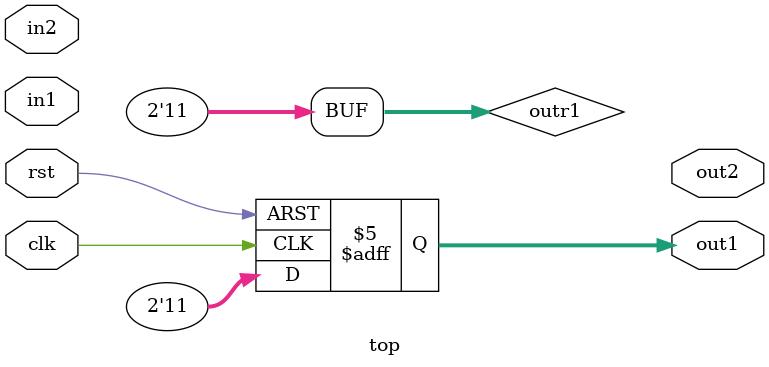
<source format=v>
module top(
    input  wire clk,
    input  wire rst,
    input  wire in1,
    input  wire in2,
    //input  wire in3,
    output reg [1:0]out1,
    output reg [1:0]out2
);
reg [1:0]outr1;

always @(*) begin
    if(outr1[0])begin
        outr1<=1+outr1;
    end
    else begin
        outr1<=3;
    
    end
end
always @(posedge clk or negedge rst) begin
    if(!rst)begin
        out1 <=0;
    
    end
    else begin
        out1 <=outr1;
  
    end
end

endmodule
</source>
